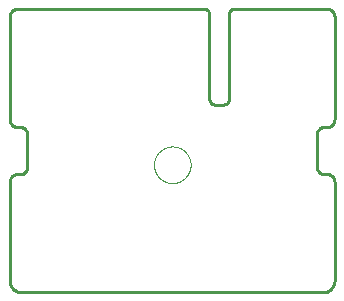
<source format=gm1>
G04 EAGLE Gerber RS-274X export*
G75*
%MOMM*%
%FSLAX34Y34*%
%LPD*%
%INBoard Outline*%
%IPPOS*%
%AMOC8*
5,1,8,0,0,1.08239X$1,22.5*%
G01*
%ADD10C,0.000000*%
%ADD11C,0.254000*%


D10*
X1000Y993650D02*
X1000Y906350D01*
X1002Y906192D01*
X1008Y906033D01*
X1018Y905875D01*
X1032Y905718D01*
X1049Y905560D01*
X1071Y905404D01*
X1096Y905247D01*
X1126Y905092D01*
X1159Y904937D01*
X1196Y904783D01*
X1237Y904630D01*
X1282Y904478D01*
X1331Y904328D01*
X1383Y904178D01*
X1439Y904030D01*
X1499Y903883D01*
X1562Y903738D01*
X1629Y903595D01*
X1699Y903453D01*
X1773Y903313D01*
X1851Y903175D01*
X1932Y903039D01*
X2016Y902905D01*
X2103Y902773D01*
X2194Y902643D01*
X2288Y902516D01*
X2385Y902391D01*
X2486Y902268D01*
X2589Y902148D01*
X2695Y902031D01*
X2804Y901916D01*
X2916Y901804D01*
X3031Y901695D01*
X3148Y901589D01*
X3268Y901486D01*
X3391Y901385D01*
X3516Y901288D01*
X3643Y901194D01*
X3773Y901103D01*
X3905Y901016D01*
X4039Y900932D01*
X4175Y900851D01*
X4313Y900773D01*
X4453Y900699D01*
X4595Y900629D01*
X4738Y900562D01*
X4883Y900499D01*
X5030Y900439D01*
X5178Y900383D01*
X5328Y900331D01*
X5478Y900282D01*
X5630Y900237D01*
X5783Y900196D01*
X5937Y900159D01*
X6092Y900126D01*
X6247Y900096D01*
X6404Y900071D01*
X6560Y900049D01*
X6718Y900032D01*
X6875Y900018D01*
X7033Y900008D01*
X7192Y900002D01*
X7350Y900000D01*
X9650Y900000D01*
X9808Y899998D01*
X9967Y899992D01*
X10125Y899982D01*
X10282Y899968D01*
X10440Y899951D01*
X10596Y899929D01*
X10753Y899904D01*
X10908Y899874D01*
X11063Y899841D01*
X11217Y899804D01*
X11370Y899763D01*
X11522Y899718D01*
X11672Y899669D01*
X11822Y899617D01*
X11970Y899561D01*
X12117Y899501D01*
X12262Y899438D01*
X12405Y899371D01*
X12547Y899301D01*
X12687Y899227D01*
X12825Y899149D01*
X12961Y899068D01*
X13095Y898984D01*
X13227Y898897D01*
X13357Y898806D01*
X13484Y898712D01*
X13609Y898615D01*
X13732Y898514D01*
X13852Y898411D01*
X13969Y898305D01*
X14084Y898196D01*
X14196Y898084D01*
X14305Y897969D01*
X14411Y897852D01*
X14514Y897732D01*
X14615Y897609D01*
X14712Y897484D01*
X14806Y897357D01*
X14897Y897227D01*
X14984Y897095D01*
X15068Y896961D01*
X15149Y896825D01*
X15227Y896687D01*
X15301Y896547D01*
X15371Y896405D01*
X15438Y896262D01*
X15501Y896117D01*
X15561Y895970D01*
X15617Y895822D01*
X15669Y895672D01*
X15718Y895522D01*
X15763Y895370D01*
X15804Y895217D01*
X15841Y895063D01*
X15874Y894908D01*
X15904Y894753D01*
X15929Y894596D01*
X15951Y894440D01*
X15968Y894282D01*
X15982Y894125D01*
X15992Y893967D01*
X15998Y893808D01*
X16000Y893650D01*
X16000Y866350D01*
X15998Y866192D01*
X15992Y866033D01*
X15982Y865875D01*
X15968Y865718D01*
X15951Y865560D01*
X15929Y865404D01*
X15904Y865247D01*
X15874Y865092D01*
X15841Y864937D01*
X15804Y864783D01*
X15763Y864630D01*
X15718Y864478D01*
X15669Y864328D01*
X15617Y864178D01*
X15561Y864030D01*
X15501Y863883D01*
X15438Y863738D01*
X15371Y863595D01*
X15301Y863453D01*
X15227Y863313D01*
X15149Y863175D01*
X15068Y863039D01*
X14984Y862905D01*
X14897Y862773D01*
X14806Y862643D01*
X14712Y862516D01*
X14615Y862391D01*
X14514Y862268D01*
X14411Y862148D01*
X14305Y862031D01*
X14196Y861916D01*
X14084Y861804D01*
X13969Y861695D01*
X13852Y861589D01*
X13732Y861486D01*
X13609Y861385D01*
X13484Y861288D01*
X13357Y861194D01*
X13227Y861103D01*
X13095Y861016D01*
X12961Y860932D01*
X12825Y860851D01*
X12687Y860773D01*
X12547Y860699D01*
X12405Y860629D01*
X12262Y860562D01*
X12117Y860499D01*
X11970Y860439D01*
X11822Y860383D01*
X11672Y860331D01*
X11522Y860282D01*
X11370Y860237D01*
X11217Y860196D01*
X11063Y860159D01*
X10908Y860126D01*
X10753Y860096D01*
X10596Y860071D01*
X10440Y860049D01*
X10282Y860032D01*
X10125Y860018D01*
X9967Y860008D01*
X9808Y860002D01*
X9650Y860000D01*
X7350Y860000D01*
X7192Y859998D01*
X7033Y859992D01*
X6875Y859982D01*
X6718Y859968D01*
X6560Y859951D01*
X6404Y859929D01*
X6247Y859904D01*
X6092Y859874D01*
X5937Y859841D01*
X5783Y859804D01*
X5630Y859763D01*
X5478Y859718D01*
X5328Y859669D01*
X5178Y859617D01*
X5030Y859561D01*
X4883Y859501D01*
X4738Y859438D01*
X4595Y859371D01*
X4453Y859301D01*
X4313Y859227D01*
X4175Y859149D01*
X4039Y859068D01*
X3905Y858984D01*
X3773Y858897D01*
X3643Y858806D01*
X3516Y858712D01*
X3391Y858615D01*
X3268Y858514D01*
X3148Y858411D01*
X3031Y858305D01*
X2916Y858196D01*
X2804Y858084D01*
X2695Y857969D01*
X2589Y857852D01*
X2486Y857732D01*
X2385Y857609D01*
X2288Y857484D01*
X2194Y857357D01*
X2103Y857227D01*
X2016Y857095D01*
X1932Y856961D01*
X1851Y856825D01*
X1773Y856687D01*
X1699Y856547D01*
X1629Y856405D01*
X1562Y856262D01*
X1499Y856117D01*
X1439Y855970D01*
X1383Y855822D01*
X1331Y855672D01*
X1282Y855522D01*
X1237Y855370D01*
X1196Y855217D01*
X1159Y855063D01*
X1126Y854908D01*
X1096Y854753D01*
X1071Y854596D01*
X1049Y854440D01*
X1032Y854282D01*
X1018Y854125D01*
X1008Y853967D01*
X1002Y853808D01*
X1000Y853650D01*
X1000Y770000D01*
X1003Y769758D01*
X1012Y769517D01*
X1026Y769276D01*
X1047Y769035D01*
X1073Y768795D01*
X1105Y768555D01*
X1143Y768316D01*
X1186Y768079D01*
X1236Y767842D01*
X1291Y767607D01*
X1351Y767373D01*
X1418Y767141D01*
X1489Y766910D01*
X1567Y766681D01*
X1650Y766454D01*
X1738Y766229D01*
X1832Y766006D01*
X1931Y765786D01*
X2036Y765568D01*
X2145Y765353D01*
X2260Y765140D01*
X2380Y764930D01*
X2505Y764724D01*
X2635Y764520D01*
X2770Y764319D01*
X2910Y764122D01*
X3054Y763928D01*
X3203Y763738D01*
X3357Y763552D01*
X3515Y763369D01*
X3677Y763190D01*
X3844Y763015D01*
X4015Y762844D01*
X4190Y762677D01*
X4369Y762515D01*
X4552Y762357D01*
X4738Y762203D01*
X4928Y762054D01*
X5122Y761910D01*
X5319Y761770D01*
X5520Y761635D01*
X5724Y761505D01*
X5930Y761380D01*
X6140Y761260D01*
X6353Y761145D01*
X6568Y761036D01*
X6786Y760931D01*
X7006Y760832D01*
X7229Y760738D01*
X7454Y760650D01*
X7681Y760567D01*
X7910Y760489D01*
X8141Y760418D01*
X8373Y760351D01*
X8607Y760291D01*
X8842Y760236D01*
X9079Y760186D01*
X9316Y760143D01*
X9555Y760105D01*
X9795Y760073D01*
X10035Y760047D01*
X10276Y760026D01*
X10517Y760012D01*
X10758Y760003D01*
X11000Y760000D01*
X266000Y760000D01*
X266242Y760003D01*
X266483Y760012D01*
X266724Y760026D01*
X266965Y760047D01*
X267205Y760073D01*
X267445Y760105D01*
X267684Y760143D01*
X267921Y760186D01*
X268158Y760236D01*
X268393Y760291D01*
X268627Y760351D01*
X268859Y760418D01*
X269090Y760489D01*
X269319Y760567D01*
X269546Y760650D01*
X269771Y760738D01*
X269994Y760832D01*
X270214Y760931D01*
X270432Y761036D01*
X270647Y761145D01*
X270860Y761260D01*
X271070Y761380D01*
X271276Y761505D01*
X271480Y761635D01*
X271681Y761770D01*
X271878Y761910D01*
X272072Y762054D01*
X272262Y762203D01*
X272448Y762357D01*
X272631Y762515D01*
X272810Y762677D01*
X272985Y762844D01*
X273156Y763015D01*
X273323Y763190D01*
X273485Y763369D01*
X273643Y763552D01*
X273797Y763738D01*
X273946Y763928D01*
X274090Y764122D01*
X274230Y764319D01*
X274365Y764520D01*
X274495Y764724D01*
X274620Y764930D01*
X274740Y765140D01*
X274855Y765353D01*
X274964Y765568D01*
X275069Y765786D01*
X275168Y766006D01*
X275262Y766229D01*
X275350Y766454D01*
X275433Y766681D01*
X275511Y766910D01*
X275582Y767141D01*
X275649Y767373D01*
X275709Y767607D01*
X275764Y767842D01*
X275814Y768079D01*
X275857Y768316D01*
X275895Y768555D01*
X275927Y768795D01*
X275953Y769035D01*
X275974Y769276D01*
X275988Y769517D01*
X275997Y769758D01*
X276000Y770000D01*
X269650Y900000D02*
X267350Y900000D01*
X267192Y899998D01*
X267033Y899992D01*
X266875Y899982D01*
X266718Y899968D01*
X266560Y899951D01*
X266404Y899929D01*
X266247Y899904D01*
X266092Y899874D01*
X265937Y899841D01*
X265783Y899804D01*
X265630Y899763D01*
X265478Y899718D01*
X265328Y899669D01*
X265178Y899617D01*
X265030Y899561D01*
X264883Y899501D01*
X264738Y899438D01*
X264595Y899371D01*
X264453Y899301D01*
X264313Y899227D01*
X264175Y899149D01*
X264039Y899068D01*
X263905Y898984D01*
X263773Y898897D01*
X263643Y898806D01*
X263516Y898712D01*
X263391Y898615D01*
X263268Y898514D01*
X263148Y898411D01*
X263031Y898305D01*
X262916Y898196D01*
X262804Y898084D01*
X262695Y897969D01*
X262589Y897852D01*
X262486Y897732D01*
X262385Y897609D01*
X262288Y897484D01*
X262194Y897357D01*
X262103Y897227D01*
X262016Y897095D01*
X261932Y896961D01*
X261851Y896825D01*
X261773Y896687D01*
X261699Y896547D01*
X261629Y896405D01*
X261562Y896262D01*
X261499Y896117D01*
X261439Y895970D01*
X261383Y895822D01*
X261331Y895672D01*
X261282Y895522D01*
X261237Y895370D01*
X261196Y895217D01*
X261159Y895063D01*
X261126Y894908D01*
X261096Y894753D01*
X261071Y894596D01*
X261049Y894440D01*
X261032Y894282D01*
X261018Y894125D01*
X261008Y893967D01*
X261002Y893808D01*
X261000Y893650D01*
X261000Y866350D01*
X261002Y866192D01*
X261008Y866033D01*
X261018Y865875D01*
X261032Y865718D01*
X261049Y865560D01*
X261071Y865404D01*
X261096Y865247D01*
X261126Y865092D01*
X261159Y864937D01*
X261196Y864783D01*
X261237Y864630D01*
X261282Y864478D01*
X261331Y864328D01*
X261383Y864178D01*
X261439Y864030D01*
X261499Y863883D01*
X261562Y863738D01*
X261629Y863595D01*
X261699Y863453D01*
X261773Y863313D01*
X261851Y863175D01*
X261932Y863039D01*
X262016Y862905D01*
X262103Y862773D01*
X262194Y862643D01*
X262288Y862516D01*
X262385Y862391D01*
X262486Y862268D01*
X262589Y862148D01*
X262695Y862031D01*
X262804Y861916D01*
X262916Y861804D01*
X263031Y861695D01*
X263148Y861589D01*
X263268Y861486D01*
X263391Y861385D01*
X263516Y861288D01*
X263643Y861194D01*
X263773Y861103D01*
X263905Y861016D01*
X264039Y860932D01*
X264175Y860851D01*
X264313Y860773D01*
X264453Y860699D01*
X264595Y860629D01*
X264738Y860562D01*
X264883Y860499D01*
X265030Y860439D01*
X265178Y860383D01*
X265328Y860331D01*
X265478Y860282D01*
X265630Y860237D01*
X265783Y860196D01*
X265937Y860159D01*
X266092Y860126D01*
X266247Y860096D01*
X266404Y860071D01*
X266560Y860049D01*
X266718Y860032D01*
X266875Y860018D01*
X267033Y860008D01*
X267192Y860002D01*
X267350Y860000D01*
X269650Y860000D01*
X269808Y859998D01*
X269967Y859992D01*
X270125Y859982D01*
X270282Y859968D01*
X270440Y859951D01*
X270596Y859929D01*
X270753Y859904D01*
X270908Y859874D01*
X271063Y859841D01*
X271217Y859804D01*
X271370Y859763D01*
X271522Y859718D01*
X271672Y859669D01*
X271822Y859617D01*
X271970Y859561D01*
X272117Y859501D01*
X272262Y859438D01*
X272405Y859371D01*
X272547Y859301D01*
X272687Y859227D01*
X272825Y859149D01*
X272961Y859068D01*
X273095Y858984D01*
X273227Y858897D01*
X273357Y858806D01*
X273484Y858712D01*
X273609Y858615D01*
X273732Y858514D01*
X273852Y858411D01*
X273969Y858305D01*
X274084Y858196D01*
X274196Y858084D01*
X274305Y857969D01*
X274411Y857852D01*
X274514Y857732D01*
X274615Y857609D01*
X274712Y857484D01*
X274806Y857357D01*
X274897Y857227D01*
X274984Y857095D01*
X275068Y856961D01*
X275149Y856825D01*
X275227Y856687D01*
X275301Y856547D01*
X275371Y856405D01*
X275438Y856262D01*
X275501Y856117D01*
X275561Y855970D01*
X275617Y855822D01*
X275669Y855672D01*
X275718Y855522D01*
X275763Y855370D01*
X275804Y855217D01*
X275841Y855063D01*
X275874Y854908D01*
X275904Y854753D01*
X275929Y854596D01*
X275951Y854440D01*
X275968Y854282D01*
X275982Y854125D01*
X275992Y853967D01*
X275998Y853808D01*
X276000Y853650D01*
X276000Y770000D01*
X276000Y906350D02*
X276000Y993650D01*
X276000Y906350D02*
X275998Y906192D01*
X275992Y906033D01*
X275982Y905875D01*
X275968Y905718D01*
X275951Y905560D01*
X275929Y905404D01*
X275904Y905247D01*
X275874Y905092D01*
X275841Y904937D01*
X275804Y904783D01*
X275763Y904630D01*
X275718Y904478D01*
X275669Y904328D01*
X275617Y904178D01*
X275561Y904030D01*
X275501Y903883D01*
X275438Y903738D01*
X275371Y903595D01*
X275301Y903453D01*
X275227Y903313D01*
X275149Y903175D01*
X275068Y903039D01*
X274984Y902905D01*
X274897Y902773D01*
X274806Y902643D01*
X274712Y902516D01*
X274615Y902391D01*
X274514Y902268D01*
X274411Y902148D01*
X274305Y902031D01*
X274196Y901916D01*
X274084Y901804D01*
X273969Y901695D01*
X273852Y901589D01*
X273732Y901486D01*
X273609Y901385D01*
X273484Y901288D01*
X273357Y901194D01*
X273227Y901103D01*
X273095Y901016D01*
X272961Y900932D01*
X272825Y900851D01*
X272687Y900773D01*
X272547Y900699D01*
X272405Y900629D01*
X272262Y900562D01*
X272117Y900499D01*
X271970Y900439D01*
X271822Y900383D01*
X271672Y900331D01*
X271522Y900282D01*
X271370Y900237D01*
X271217Y900196D01*
X271063Y900159D01*
X270908Y900126D01*
X270753Y900096D01*
X270596Y900071D01*
X270440Y900049D01*
X270282Y900032D01*
X270125Y900018D01*
X269967Y900008D01*
X269808Y900002D01*
X269650Y900000D01*
X276000Y993650D02*
X275998Y993808D01*
X275992Y993967D01*
X275982Y994125D01*
X275968Y994282D01*
X275951Y994440D01*
X275929Y994596D01*
X275904Y994753D01*
X275874Y994908D01*
X275841Y995063D01*
X275804Y995217D01*
X275763Y995370D01*
X275718Y995522D01*
X275669Y995672D01*
X275617Y995822D01*
X275561Y995970D01*
X275501Y996117D01*
X275438Y996262D01*
X275371Y996405D01*
X275301Y996547D01*
X275227Y996687D01*
X275149Y996825D01*
X275068Y996961D01*
X274984Y997095D01*
X274897Y997227D01*
X274806Y997357D01*
X274712Y997484D01*
X274615Y997609D01*
X274514Y997732D01*
X274411Y997852D01*
X274305Y997969D01*
X274196Y998084D01*
X274084Y998196D01*
X273969Y998305D01*
X273852Y998411D01*
X273732Y998514D01*
X273609Y998615D01*
X273484Y998712D01*
X273357Y998806D01*
X273227Y998897D01*
X273095Y998984D01*
X272961Y999068D01*
X272825Y999149D01*
X272687Y999227D01*
X272547Y999301D01*
X272405Y999371D01*
X272262Y999438D01*
X272117Y999501D01*
X271970Y999561D01*
X271822Y999617D01*
X271672Y999669D01*
X271522Y999718D01*
X271370Y999763D01*
X271217Y999804D01*
X271063Y999841D01*
X270908Y999874D01*
X270753Y999904D01*
X270596Y999929D01*
X270440Y999951D01*
X270282Y999968D01*
X270125Y999982D01*
X269967Y999992D01*
X269808Y999998D01*
X269650Y1000000D01*
X191000Y1000000D01*
X190867Y999998D01*
X190733Y999992D01*
X190600Y999982D01*
X190468Y999968D01*
X190336Y999951D01*
X190204Y999929D01*
X190073Y999904D01*
X189943Y999874D01*
X189814Y999841D01*
X189686Y999804D01*
X189559Y999763D01*
X189433Y999718D01*
X189309Y999670D01*
X189186Y999618D01*
X189065Y999563D01*
X188945Y999503D01*
X188827Y999441D01*
X188712Y999375D01*
X188598Y999305D01*
X188486Y999232D01*
X188377Y999156D01*
X188269Y999077D01*
X188165Y998994D01*
X188062Y998909D01*
X187963Y998820D01*
X187866Y998729D01*
X187771Y998634D01*
X187680Y998537D01*
X187591Y998438D01*
X187506Y998335D01*
X187423Y998231D01*
X187344Y998123D01*
X187268Y998014D01*
X187195Y997902D01*
X187125Y997788D01*
X187059Y997673D01*
X186997Y997555D01*
X186937Y997435D01*
X186882Y997314D01*
X186830Y997191D01*
X186782Y997067D01*
X186737Y996941D01*
X186696Y996814D01*
X186659Y996686D01*
X186626Y996557D01*
X186596Y996427D01*
X186571Y996296D01*
X186549Y996164D01*
X186532Y996032D01*
X186518Y995900D01*
X186508Y995767D01*
X186502Y995633D01*
X186500Y995500D01*
X186500Y923500D01*
X186498Y923367D01*
X186492Y923233D01*
X186482Y923100D01*
X186468Y922968D01*
X186451Y922836D01*
X186429Y922704D01*
X186404Y922573D01*
X186374Y922443D01*
X186341Y922314D01*
X186304Y922186D01*
X186263Y922059D01*
X186218Y921933D01*
X186170Y921809D01*
X186118Y921686D01*
X186063Y921565D01*
X186003Y921445D01*
X185941Y921327D01*
X185875Y921212D01*
X185805Y921098D01*
X185732Y920986D01*
X185656Y920877D01*
X185577Y920769D01*
X185494Y920665D01*
X185409Y920562D01*
X185320Y920463D01*
X185229Y920366D01*
X185134Y920271D01*
X185037Y920180D01*
X184938Y920091D01*
X184835Y920006D01*
X184731Y919923D01*
X184623Y919844D01*
X184514Y919768D01*
X184402Y919695D01*
X184288Y919625D01*
X184173Y919559D01*
X184055Y919497D01*
X183935Y919437D01*
X183814Y919382D01*
X183691Y919330D01*
X183567Y919282D01*
X183441Y919237D01*
X183314Y919196D01*
X183186Y919159D01*
X183057Y919126D01*
X182927Y919096D01*
X182796Y919071D01*
X182664Y919049D01*
X182532Y919032D01*
X182400Y919018D01*
X182267Y919008D01*
X182133Y919002D01*
X182000Y919000D01*
X174600Y919000D01*
X174467Y919002D01*
X174333Y919008D01*
X174200Y919018D01*
X174068Y919032D01*
X173936Y919049D01*
X173804Y919071D01*
X173673Y919096D01*
X173543Y919126D01*
X173414Y919159D01*
X173286Y919196D01*
X173159Y919237D01*
X173033Y919282D01*
X172909Y919330D01*
X172786Y919382D01*
X172665Y919437D01*
X172545Y919497D01*
X172427Y919559D01*
X172312Y919625D01*
X172198Y919695D01*
X172086Y919768D01*
X171977Y919844D01*
X171869Y919923D01*
X171765Y920006D01*
X171662Y920091D01*
X171563Y920180D01*
X171466Y920271D01*
X171371Y920366D01*
X171280Y920463D01*
X171191Y920562D01*
X171106Y920665D01*
X171023Y920769D01*
X170944Y920877D01*
X170868Y920986D01*
X170795Y921098D01*
X170725Y921212D01*
X170659Y921327D01*
X170597Y921445D01*
X170537Y921565D01*
X170482Y921686D01*
X170430Y921809D01*
X170382Y921933D01*
X170337Y922059D01*
X170296Y922186D01*
X170259Y922314D01*
X170226Y922443D01*
X170196Y922573D01*
X170171Y922704D01*
X170149Y922836D01*
X170132Y922968D01*
X170118Y923100D01*
X170108Y923233D01*
X170102Y923367D01*
X170100Y923500D01*
X170100Y995500D01*
X170098Y995633D01*
X170092Y995767D01*
X170082Y995900D01*
X170068Y996032D01*
X170051Y996164D01*
X170029Y996296D01*
X170004Y996427D01*
X169974Y996557D01*
X169941Y996686D01*
X169904Y996814D01*
X169863Y996941D01*
X169818Y997067D01*
X169770Y997191D01*
X169718Y997314D01*
X169663Y997435D01*
X169603Y997555D01*
X169541Y997673D01*
X169475Y997788D01*
X169405Y997902D01*
X169332Y998014D01*
X169256Y998123D01*
X169177Y998231D01*
X169094Y998335D01*
X169009Y998438D01*
X168920Y998537D01*
X168829Y998634D01*
X168734Y998729D01*
X168637Y998820D01*
X168538Y998909D01*
X168435Y998994D01*
X168331Y999077D01*
X168223Y999156D01*
X168114Y999232D01*
X168002Y999305D01*
X167888Y999375D01*
X167773Y999441D01*
X167655Y999503D01*
X167535Y999563D01*
X167414Y999618D01*
X167291Y999670D01*
X167167Y999718D01*
X167041Y999763D01*
X166914Y999804D01*
X166786Y999841D01*
X166657Y999874D01*
X166527Y999904D01*
X166396Y999929D01*
X166264Y999951D01*
X166132Y999968D01*
X166000Y999982D01*
X165867Y999992D01*
X165733Y999998D01*
X165600Y1000000D01*
X7350Y1000000D01*
X7192Y999998D01*
X7033Y999992D01*
X6875Y999982D01*
X6718Y999968D01*
X6560Y999951D01*
X6404Y999929D01*
X6247Y999904D01*
X6092Y999874D01*
X5937Y999841D01*
X5783Y999804D01*
X5630Y999763D01*
X5478Y999718D01*
X5328Y999669D01*
X5178Y999617D01*
X5030Y999561D01*
X4883Y999501D01*
X4738Y999438D01*
X4595Y999371D01*
X4453Y999301D01*
X4313Y999227D01*
X4175Y999149D01*
X4039Y999068D01*
X3905Y998984D01*
X3773Y998897D01*
X3643Y998806D01*
X3516Y998712D01*
X3391Y998615D01*
X3268Y998514D01*
X3148Y998411D01*
X3031Y998305D01*
X2916Y998196D01*
X2804Y998084D01*
X2695Y997969D01*
X2589Y997852D01*
X2486Y997732D01*
X2385Y997609D01*
X2288Y997484D01*
X2194Y997357D01*
X2103Y997227D01*
X2016Y997095D01*
X1932Y996961D01*
X1851Y996825D01*
X1773Y996687D01*
X1699Y996547D01*
X1629Y996405D01*
X1562Y996262D01*
X1499Y996117D01*
X1439Y995970D01*
X1383Y995822D01*
X1331Y995672D01*
X1282Y995522D01*
X1237Y995370D01*
X1196Y995217D01*
X1159Y995063D01*
X1126Y994908D01*
X1096Y994753D01*
X1071Y994596D01*
X1049Y994440D01*
X1032Y994282D01*
X1018Y994125D01*
X1008Y993967D01*
X1002Y993808D01*
X1000Y993650D01*
X123200Y868000D02*
X123205Y868380D01*
X123219Y868761D01*
X123242Y869140D01*
X123275Y869519D01*
X123317Y869897D01*
X123368Y870274D01*
X123428Y870650D01*
X123498Y871024D01*
X123577Y871396D01*
X123665Y871766D01*
X123761Y872134D01*
X123867Y872499D01*
X123982Y872862D01*
X124106Y873222D01*
X124239Y873578D01*
X124380Y873932D01*
X124530Y874281D01*
X124688Y874627D01*
X124855Y874969D01*
X125030Y875307D01*
X125214Y875640D01*
X125405Y875969D01*
X125605Y876292D01*
X125812Y876611D01*
X126027Y876925D01*
X126250Y877233D01*
X126481Y877536D01*
X126718Y877833D01*
X126963Y878124D01*
X127215Y878409D01*
X127474Y878688D01*
X127740Y878960D01*
X128012Y879226D01*
X128291Y879485D01*
X128576Y879737D01*
X128867Y879982D01*
X129164Y880219D01*
X129467Y880450D01*
X129775Y880673D01*
X130089Y880888D01*
X130408Y881095D01*
X130731Y881295D01*
X131060Y881486D01*
X131393Y881670D01*
X131731Y881845D01*
X132073Y882012D01*
X132419Y882170D01*
X132768Y882320D01*
X133122Y882461D01*
X133478Y882594D01*
X133838Y882718D01*
X134201Y882833D01*
X134566Y882939D01*
X134934Y883035D01*
X135304Y883123D01*
X135676Y883202D01*
X136050Y883272D01*
X136426Y883332D01*
X136803Y883383D01*
X137181Y883425D01*
X137560Y883458D01*
X137939Y883481D01*
X138320Y883495D01*
X138700Y883500D01*
X139080Y883495D01*
X139461Y883481D01*
X139840Y883458D01*
X140219Y883425D01*
X140597Y883383D01*
X140974Y883332D01*
X141350Y883272D01*
X141724Y883202D01*
X142096Y883123D01*
X142466Y883035D01*
X142834Y882939D01*
X143199Y882833D01*
X143562Y882718D01*
X143922Y882594D01*
X144278Y882461D01*
X144632Y882320D01*
X144981Y882170D01*
X145327Y882012D01*
X145669Y881845D01*
X146007Y881670D01*
X146340Y881486D01*
X146669Y881295D01*
X146992Y881095D01*
X147311Y880888D01*
X147625Y880673D01*
X147933Y880450D01*
X148236Y880219D01*
X148533Y879982D01*
X148824Y879737D01*
X149109Y879485D01*
X149388Y879226D01*
X149660Y878960D01*
X149926Y878688D01*
X150185Y878409D01*
X150437Y878124D01*
X150682Y877833D01*
X150919Y877536D01*
X151150Y877233D01*
X151373Y876925D01*
X151588Y876611D01*
X151795Y876292D01*
X151995Y875969D01*
X152186Y875640D01*
X152370Y875307D01*
X152545Y874969D01*
X152712Y874627D01*
X152870Y874281D01*
X153020Y873932D01*
X153161Y873578D01*
X153294Y873222D01*
X153418Y872862D01*
X153533Y872499D01*
X153639Y872134D01*
X153735Y871766D01*
X153823Y871396D01*
X153902Y871024D01*
X153972Y870650D01*
X154032Y870274D01*
X154083Y869897D01*
X154125Y869519D01*
X154158Y869140D01*
X154181Y868761D01*
X154195Y868380D01*
X154200Y868000D01*
X154195Y867620D01*
X154181Y867239D01*
X154158Y866860D01*
X154125Y866481D01*
X154083Y866103D01*
X154032Y865726D01*
X153972Y865350D01*
X153902Y864976D01*
X153823Y864604D01*
X153735Y864234D01*
X153639Y863866D01*
X153533Y863501D01*
X153418Y863138D01*
X153294Y862778D01*
X153161Y862422D01*
X153020Y862068D01*
X152870Y861719D01*
X152712Y861373D01*
X152545Y861031D01*
X152370Y860693D01*
X152186Y860360D01*
X151995Y860031D01*
X151795Y859708D01*
X151588Y859389D01*
X151373Y859075D01*
X151150Y858767D01*
X150919Y858464D01*
X150682Y858167D01*
X150437Y857876D01*
X150185Y857591D01*
X149926Y857312D01*
X149660Y857040D01*
X149388Y856774D01*
X149109Y856515D01*
X148824Y856263D01*
X148533Y856018D01*
X148236Y855781D01*
X147933Y855550D01*
X147625Y855327D01*
X147311Y855112D01*
X146992Y854905D01*
X146669Y854705D01*
X146340Y854514D01*
X146007Y854330D01*
X145669Y854155D01*
X145327Y853988D01*
X144981Y853830D01*
X144632Y853680D01*
X144278Y853539D01*
X143922Y853406D01*
X143562Y853282D01*
X143199Y853167D01*
X142834Y853061D01*
X142466Y852965D01*
X142096Y852877D01*
X141724Y852798D01*
X141350Y852728D01*
X140974Y852668D01*
X140597Y852617D01*
X140219Y852575D01*
X139840Y852542D01*
X139461Y852519D01*
X139080Y852505D01*
X138700Y852500D01*
X138320Y852505D01*
X137939Y852519D01*
X137560Y852542D01*
X137181Y852575D01*
X136803Y852617D01*
X136426Y852668D01*
X136050Y852728D01*
X135676Y852798D01*
X135304Y852877D01*
X134934Y852965D01*
X134566Y853061D01*
X134201Y853167D01*
X133838Y853282D01*
X133478Y853406D01*
X133122Y853539D01*
X132768Y853680D01*
X132419Y853830D01*
X132073Y853988D01*
X131731Y854155D01*
X131393Y854330D01*
X131060Y854514D01*
X130731Y854705D01*
X130408Y854905D01*
X130089Y855112D01*
X129775Y855327D01*
X129467Y855550D01*
X129164Y855781D01*
X128867Y856018D01*
X128576Y856263D01*
X128291Y856515D01*
X128012Y856774D01*
X127740Y857040D01*
X127474Y857312D01*
X127215Y857591D01*
X126963Y857876D01*
X126718Y858167D01*
X126481Y858464D01*
X126250Y858767D01*
X126027Y859075D01*
X125812Y859389D01*
X125605Y859708D01*
X125405Y860031D01*
X125214Y860360D01*
X125030Y860693D01*
X124855Y861031D01*
X124688Y861373D01*
X124530Y861719D01*
X124380Y862068D01*
X124239Y862422D01*
X124106Y862778D01*
X123982Y863138D01*
X123867Y863501D01*
X123761Y863866D01*
X123665Y864234D01*
X123577Y864604D01*
X123498Y864976D01*
X123428Y865350D01*
X123368Y865726D01*
X123317Y866103D01*
X123275Y866481D01*
X123242Y866860D01*
X123219Y867239D01*
X123205Y867620D01*
X123200Y868000D01*
D11*
X1000Y770000D02*
X1038Y769128D01*
X1152Y768264D01*
X1341Y767412D01*
X1603Y766580D01*
X1937Y765774D01*
X2340Y765000D01*
X2808Y764264D01*
X3340Y763572D01*
X3929Y762929D01*
X4572Y762340D01*
X5264Y761808D01*
X6000Y761340D01*
X6774Y760937D01*
X7580Y760603D01*
X8412Y760341D01*
X9264Y760152D01*
X10128Y760038D01*
X11000Y760000D01*
X266000Y760000D01*
X266872Y760038D01*
X267736Y760152D01*
X268588Y760341D01*
X269420Y760603D01*
X270226Y760937D01*
X271000Y761340D01*
X271736Y761808D01*
X272428Y762340D01*
X273071Y762929D01*
X273660Y763572D01*
X274192Y764264D01*
X274660Y765000D01*
X275063Y765774D01*
X275397Y766580D01*
X275659Y767412D01*
X275848Y768264D01*
X275962Y769128D01*
X276000Y770000D01*
X276000Y853650D01*
X275976Y854203D01*
X275904Y854753D01*
X275784Y855294D01*
X275617Y855822D01*
X275405Y856334D01*
X275149Y856825D01*
X274852Y857292D01*
X274514Y857732D01*
X274140Y858140D01*
X273732Y858514D01*
X273292Y858852D01*
X272825Y859149D01*
X272334Y859405D01*
X271822Y859617D01*
X271294Y859784D01*
X270753Y859904D01*
X270203Y859976D01*
X269650Y860000D01*
X267350Y860000D01*
X266797Y860024D01*
X266247Y860096D01*
X265707Y860216D01*
X265178Y860383D01*
X264666Y860595D01*
X264175Y860851D01*
X263708Y861148D01*
X263268Y861486D01*
X262860Y861860D01*
X262486Y862268D01*
X262148Y862708D01*
X261851Y863175D01*
X261595Y863666D01*
X261383Y864178D01*
X261216Y864707D01*
X261096Y865247D01*
X261024Y865797D01*
X261000Y866350D01*
X261000Y893650D01*
X261024Y894203D01*
X261096Y894753D01*
X261216Y895294D01*
X261383Y895822D01*
X261595Y896334D01*
X261851Y896825D01*
X262148Y897292D01*
X262486Y897732D01*
X262860Y898140D01*
X263268Y898514D01*
X263708Y898852D01*
X264175Y899149D01*
X264666Y899405D01*
X265178Y899617D01*
X265707Y899784D01*
X266247Y899904D01*
X266797Y899976D01*
X267350Y900000D01*
X269650Y900000D01*
X270203Y900024D01*
X270753Y900096D01*
X271294Y900216D01*
X271822Y900383D01*
X272334Y900595D01*
X272825Y900851D01*
X273292Y901148D01*
X273732Y901486D01*
X274140Y901860D01*
X274514Y902268D01*
X274852Y902708D01*
X275149Y903175D01*
X275405Y903666D01*
X275617Y904178D01*
X275784Y904707D01*
X275904Y905247D01*
X275976Y905797D01*
X276000Y906350D01*
X276000Y993650D01*
X275976Y994203D01*
X275904Y994753D01*
X275784Y995294D01*
X275617Y995822D01*
X275405Y996334D01*
X275149Y996825D01*
X274852Y997292D01*
X274514Y997732D01*
X274140Y998140D01*
X273732Y998514D01*
X273292Y998852D01*
X272825Y999149D01*
X272334Y999405D01*
X271822Y999617D01*
X271294Y999784D01*
X270753Y999904D01*
X270203Y999976D01*
X269650Y1000000D01*
X191000Y1000000D01*
X190608Y999983D01*
X190219Y999932D01*
X189835Y999847D01*
X189461Y999729D01*
X189098Y999578D01*
X188750Y999397D01*
X188419Y999186D01*
X188107Y998947D01*
X187818Y998682D01*
X187553Y998393D01*
X187314Y998081D01*
X187103Y997750D01*
X186922Y997402D01*
X186771Y997039D01*
X186653Y996665D01*
X186568Y996281D01*
X186517Y995892D01*
X186500Y995500D01*
X186500Y923500D01*
X186483Y923108D01*
X186432Y922719D01*
X186347Y922335D01*
X186229Y921961D01*
X186078Y921598D01*
X185897Y921250D01*
X185686Y920919D01*
X185447Y920607D01*
X185182Y920318D01*
X184893Y920053D01*
X184581Y919814D01*
X184250Y919603D01*
X183902Y919422D01*
X183539Y919271D01*
X183165Y919153D01*
X182781Y919068D01*
X182392Y919017D01*
X182000Y919000D01*
X174600Y919000D01*
X174208Y919017D01*
X173819Y919068D01*
X173435Y919153D01*
X173061Y919271D01*
X172698Y919422D01*
X172350Y919603D01*
X172019Y919814D01*
X171707Y920053D01*
X171418Y920318D01*
X171153Y920607D01*
X170914Y920919D01*
X170703Y921250D01*
X170522Y921598D01*
X170371Y921961D01*
X170253Y922335D01*
X170168Y922719D01*
X170117Y923108D01*
X170100Y923500D01*
X170100Y995500D01*
X170083Y995892D01*
X170032Y996281D01*
X169947Y996665D01*
X169829Y997039D01*
X169678Y997402D01*
X169497Y997750D01*
X169286Y998081D01*
X169047Y998393D01*
X168782Y998682D01*
X168493Y998947D01*
X168181Y999186D01*
X167850Y999397D01*
X167502Y999578D01*
X167139Y999729D01*
X166765Y999847D01*
X166381Y999932D01*
X165992Y999983D01*
X165600Y1000000D01*
X7350Y1000000D01*
X6797Y999976D01*
X6247Y999904D01*
X5707Y999784D01*
X5178Y999617D01*
X4666Y999405D01*
X4175Y999149D01*
X3708Y998852D01*
X3268Y998514D01*
X2860Y998140D01*
X2486Y997732D01*
X2148Y997292D01*
X1851Y996825D01*
X1595Y996334D01*
X1383Y995822D01*
X1216Y995294D01*
X1096Y994753D01*
X1024Y994203D01*
X1000Y993650D01*
X1000Y906350D01*
X1024Y905797D01*
X1096Y905247D01*
X1216Y904707D01*
X1383Y904178D01*
X1595Y903666D01*
X1851Y903175D01*
X2148Y902708D01*
X2486Y902268D01*
X2860Y901860D01*
X3268Y901486D01*
X3708Y901148D01*
X4175Y900851D01*
X4666Y900595D01*
X5178Y900383D01*
X5707Y900216D01*
X6247Y900096D01*
X6797Y900024D01*
X7350Y900000D01*
X9650Y900000D01*
X10203Y899976D01*
X10753Y899904D01*
X11294Y899784D01*
X11822Y899617D01*
X12334Y899405D01*
X12825Y899149D01*
X13292Y898852D01*
X13732Y898514D01*
X14140Y898140D01*
X14514Y897732D01*
X14852Y897292D01*
X15149Y896825D01*
X15405Y896334D01*
X15617Y895822D01*
X15784Y895294D01*
X15904Y894753D01*
X15976Y894203D01*
X16000Y893650D01*
X16000Y866350D01*
X15976Y865797D01*
X15904Y865247D01*
X15784Y864707D01*
X15617Y864178D01*
X15405Y863666D01*
X15149Y863175D01*
X14852Y862708D01*
X14514Y862268D01*
X14140Y861860D01*
X13732Y861486D01*
X13292Y861148D01*
X12825Y860851D01*
X12334Y860595D01*
X11822Y860383D01*
X11294Y860216D01*
X10753Y860096D01*
X10203Y860024D01*
X9650Y860000D01*
X7350Y860000D01*
X6797Y859976D01*
X6247Y859904D01*
X5707Y859784D01*
X5178Y859617D01*
X4666Y859405D01*
X4175Y859149D01*
X3708Y858852D01*
X3268Y858514D01*
X2860Y858140D01*
X2486Y857732D01*
X2148Y857292D01*
X1851Y856825D01*
X1595Y856334D01*
X1383Y855822D01*
X1216Y855294D01*
X1096Y854753D01*
X1024Y854203D01*
X1000Y853650D01*
X1000Y770000D01*
M02*

</source>
